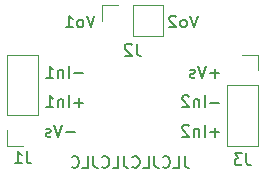
<source format=gbr>
%TF.GenerationSoftware,KiCad,Pcbnew,7.0.11*%
%TF.CreationDate,2024-08-15T23:53:51-03:00*%
%TF.ProjectId,amplifiers,616d706c-6966-4696-9572-732e6b696361,0.1*%
%TF.SameCoordinates,Original*%
%TF.FileFunction,Legend,Bot*%
%TF.FilePolarity,Positive*%
%FSLAX46Y46*%
G04 Gerber Fmt 4.6, Leading zero omitted, Abs format (unit mm)*
G04 Created by KiCad (PCBNEW 7.0.11) date 2024-08-15 23:53:51*
%MOMM*%
%LPD*%
G01*
G04 APERTURE LIST*
%ADD10C,0.200000*%
%ADD11C,0.160000*%
%ADD12C,0.120000*%
G04 APERTURE END LIST*
D10*
X145330326Y-89236266D02*
X144568422Y-89236266D01*
X144949374Y-89617219D02*
X144949374Y-88855314D01*
X144092231Y-89617219D02*
X144092231Y-88617219D01*
X143616041Y-88950552D02*
X143616041Y-89617219D01*
X143616041Y-89045790D02*
X143568422Y-88998171D01*
X143568422Y-88998171D02*
X143473184Y-88950552D01*
X143473184Y-88950552D02*
X143330327Y-88950552D01*
X143330327Y-88950552D02*
X143235089Y-88998171D01*
X143235089Y-88998171D02*
X143187470Y-89093409D01*
X143187470Y-89093409D02*
X143187470Y-89617219D01*
X142187470Y-89617219D02*
X142758898Y-89617219D01*
X142473184Y-89617219D02*
X142473184Y-88617219D01*
X142473184Y-88617219D02*
X142568422Y-88760076D01*
X142568422Y-88760076D02*
X142663660Y-88855314D01*
X142663660Y-88855314D02*
X142758898Y-88902933D01*
X146273183Y-81867219D02*
X145939850Y-82867219D01*
X145939850Y-82867219D02*
X145606517Y-81867219D01*
X145130326Y-82867219D02*
X145225564Y-82819600D01*
X145225564Y-82819600D02*
X145273183Y-82771980D01*
X145273183Y-82771980D02*
X145320802Y-82676742D01*
X145320802Y-82676742D02*
X145320802Y-82391028D01*
X145320802Y-82391028D02*
X145273183Y-82295790D01*
X145273183Y-82295790D02*
X145225564Y-82248171D01*
X145225564Y-82248171D02*
X145130326Y-82200552D01*
X145130326Y-82200552D02*
X144987469Y-82200552D01*
X144987469Y-82200552D02*
X144892231Y-82248171D01*
X144892231Y-82248171D02*
X144844612Y-82295790D01*
X144844612Y-82295790D02*
X144796993Y-82391028D01*
X144796993Y-82391028D02*
X144796993Y-82676742D01*
X144796993Y-82676742D02*
X144844612Y-82771980D01*
X144844612Y-82771980D02*
X144892231Y-82819600D01*
X144892231Y-82819600D02*
X144987469Y-82867219D01*
X144987469Y-82867219D02*
X145130326Y-82867219D01*
X143844612Y-82867219D02*
X144416040Y-82867219D01*
X144130326Y-82867219D02*
X144130326Y-81867219D01*
X144130326Y-81867219D02*
X144225564Y-82010076D01*
X144225564Y-82010076D02*
X144320802Y-82105314D01*
X144320802Y-82105314D02*
X144416040Y-82152933D01*
X156830326Y-86736266D02*
X156068422Y-86736266D01*
X156449374Y-87117219D02*
X156449374Y-86355314D01*
X155735088Y-86117219D02*
X155401755Y-87117219D01*
X155401755Y-87117219D02*
X155068422Y-86117219D01*
X154782707Y-87069600D02*
X154687469Y-87117219D01*
X154687469Y-87117219D02*
X154496993Y-87117219D01*
X154496993Y-87117219D02*
X154401755Y-87069600D01*
X154401755Y-87069600D02*
X154354136Y-86974361D01*
X154354136Y-86974361D02*
X154354136Y-86926742D01*
X154354136Y-86926742D02*
X154401755Y-86831504D01*
X154401755Y-86831504D02*
X154496993Y-86783885D01*
X154496993Y-86783885D02*
X154639850Y-86783885D01*
X154639850Y-86783885D02*
X154735088Y-86736266D01*
X154735088Y-86736266D02*
X154782707Y-86641028D01*
X154782707Y-86641028D02*
X154782707Y-86593409D01*
X154782707Y-86593409D02*
X154735088Y-86498171D01*
X154735088Y-86498171D02*
X154639850Y-86450552D01*
X154639850Y-86450552D02*
X154496993Y-86450552D01*
X154496993Y-86450552D02*
X154401755Y-86498171D01*
X156830326Y-89236266D02*
X156068422Y-89236266D01*
X155592231Y-89617219D02*
X155592231Y-88617219D01*
X155116041Y-88950552D02*
X155116041Y-89617219D01*
X155116041Y-89045790D02*
X155068422Y-88998171D01*
X155068422Y-88998171D02*
X154973184Y-88950552D01*
X154973184Y-88950552D02*
X154830327Y-88950552D01*
X154830327Y-88950552D02*
X154735089Y-88998171D01*
X154735089Y-88998171D02*
X154687470Y-89093409D01*
X154687470Y-89093409D02*
X154687470Y-89617219D01*
X154258898Y-88712457D02*
X154211279Y-88664838D01*
X154211279Y-88664838D02*
X154116041Y-88617219D01*
X154116041Y-88617219D02*
X153877946Y-88617219D01*
X153877946Y-88617219D02*
X153782708Y-88664838D01*
X153782708Y-88664838D02*
X153735089Y-88712457D01*
X153735089Y-88712457D02*
X153687470Y-88807695D01*
X153687470Y-88807695D02*
X153687470Y-88902933D01*
X153687470Y-88902933D02*
X153735089Y-89045790D01*
X153735089Y-89045790D02*
X154306517Y-89617219D01*
X154306517Y-89617219D02*
X153687470Y-89617219D01*
D11*
X153900927Y-93759299D02*
X153900927Y-94473584D01*
X153900927Y-94473584D02*
X153948546Y-94616441D01*
X153948546Y-94616441D02*
X154043784Y-94711680D01*
X154043784Y-94711680D02*
X154186641Y-94759299D01*
X154186641Y-94759299D02*
X154281879Y-94759299D01*
X152948546Y-94759299D02*
X153424736Y-94759299D01*
X153424736Y-94759299D02*
X153424736Y-93759299D01*
X152043784Y-94664060D02*
X152091403Y-94711680D01*
X152091403Y-94711680D02*
X152234260Y-94759299D01*
X152234260Y-94759299D02*
X152329498Y-94759299D01*
X152329498Y-94759299D02*
X152472355Y-94711680D01*
X152472355Y-94711680D02*
X152567593Y-94616441D01*
X152567593Y-94616441D02*
X152615212Y-94521203D01*
X152615212Y-94521203D02*
X152662831Y-94330727D01*
X152662831Y-94330727D02*
X152662831Y-94187870D01*
X152662831Y-94187870D02*
X152615212Y-93997394D01*
X152615212Y-93997394D02*
X152567593Y-93902156D01*
X152567593Y-93902156D02*
X152472355Y-93806918D01*
X152472355Y-93806918D02*
X152329498Y-93759299D01*
X152329498Y-93759299D02*
X152234260Y-93759299D01*
X152234260Y-93759299D02*
X152091403Y-93806918D01*
X152091403Y-93806918D02*
X152043784Y-93854537D01*
X151329498Y-93759299D02*
X151329498Y-94473584D01*
X151329498Y-94473584D02*
X151377117Y-94616441D01*
X151377117Y-94616441D02*
X151472355Y-94711680D01*
X151472355Y-94711680D02*
X151615212Y-94759299D01*
X151615212Y-94759299D02*
X151710450Y-94759299D01*
X150377117Y-94759299D02*
X150853307Y-94759299D01*
X150853307Y-94759299D02*
X150853307Y-93759299D01*
X149472355Y-94664060D02*
X149519974Y-94711680D01*
X149519974Y-94711680D02*
X149662831Y-94759299D01*
X149662831Y-94759299D02*
X149758069Y-94759299D01*
X149758069Y-94759299D02*
X149900926Y-94711680D01*
X149900926Y-94711680D02*
X149996164Y-94616441D01*
X149996164Y-94616441D02*
X150043783Y-94521203D01*
X150043783Y-94521203D02*
X150091402Y-94330727D01*
X150091402Y-94330727D02*
X150091402Y-94187870D01*
X150091402Y-94187870D02*
X150043783Y-93997394D01*
X150043783Y-93997394D02*
X149996164Y-93902156D01*
X149996164Y-93902156D02*
X149900926Y-93806918D01*
X149900926Y-93806918D02*
X149758069Y-93759299D01*
X149758069Y-93759299D02*
X149662831Y-93759299D01*
X149662831Y-93759299D02*
X149519974Y-93806918D01*
X149519974Y-93806918D02*
X149472355Y-93854537D01*
X148758069Y-93759299D02*
X148758069Y-94473584D01*
X148758069Y-94473584D02*
X148805688Y-94616441D01*
X148805688Y-94616441D02*
X148900926Y-94711680D01*
X148900926Y-94711680D02*
X149043783Y-94759299D01*
X149043783Y-94759299D02*
X149139021Y-94759299D01*
X147805688Y-94759299D02*
X148281878Y-94759299D01*
X148281878Y-94759299D02*
X148281878Y-93759299D01*
X146900926Y-94664060D02*
X146948545Y-94711680D01*
X146948545Y-94711680D02*
X147091402Y-94759299D01*
X147091402Y-94759299D02*
X147186640Y-94759299D01*
X147186640Y-94759299D02*
X147329497Y-94711680D01*
X147329497Y-94711680D02*
X147424735Y-94616441D01*
X147424735Y-94616441D02*
X147472354Y-94521203D01*
X147472354Y-94521203D02*
X147519973Y-94330727D01*
X147519973Y-94330727D02*
X147519973Y-94187870D01*
X147519973Y-94187870D02*
X147472354Y-93997394D01*
X147472354Y-93997394D02*
X147424735Y-93902156D01*
X147424735Y-93902156D02*
X147329497Y-93806918D01*
X147329497Y-93806918D02*
X147186640Y-93759299D01*
X147186640Y-93759299D02*
X147091402Y-93759299D01*
X147091402Y-93759299D02*
X146948545Y-93806918D01*
X146948545Y-93806918D02*
X146900926Y-93854537D01*
X146186640Y-93759299D02*
X146186640Y-94473584D01*
X146186640Y-94473584D02*
X146234259Y-94616441D01*
X146234259Y-94616441D02*
X146329497Y-94711680D01*
X146329497Y-94711680D02*
X146472354Y-94759299D01*
X146472354Y-94759299D02*
X146567592Y-94759299D01*
X145234259Y-94759299D02*
X145710449Y-94759299D01*
X145710449Y-94759299D02*
X145710449Y-93759299D01*
X144329497Y-94664060D02*
X144377116Y-94711680D01*
X144377116Y-94711680D02*
X144519973Y-94759299D01*
X144519973Y-94759299D02*
X144615211Y-94759299D01*
X144615211Y-94759299D02*
X144758068Y-94711680D01*
X144758068Y-94711680D02*
X144853306Y-94616441D01*
X144853306Y-94616441D02*
X144900925Y-94521203D01*
X144900925Y-94521203D02*
X144948544Y-94330727D01*
X144948544Y-94330727D02*
X144948544Y-94187870D01*
X144948544Y-94187870D02*
X144900925Y-93997394D01*
X144900925Y-93997394D02*
X144853306Y-93902156D01*
X144853306Y-93902156D02*
X144758068Y-93806918D01*
X144758068Y-93806918D02*
X144615211Y-93759299D01*
X144615211Y-93759299D02*
X144519973Y-93759299D01*
X144519973Y-93759299D02*
X144377116Y-93806918D01*
X144377116Y-93806918D02*
X144329497Y-93854537D01*
D10*
X144630326Y-91736266D02*
X143868422Y-91736266D01*
X143535088Y-91117219D02*
X143201755Y-92117219D01*
X143201755Y-92117219D02*
X142868422Y-91117219D01*
X142582707Y-92069600D02*
X142487469Y-92117219D01*
X142487469Y-92117219D02*
X142296993Y-92117219D01*
X142296993Y-92117219D02*
X142201755Y-92069600D01*
X142201755Y-92069600D02*
X142154136Y-91974361D01*
X142154136Y-91974361D02*
X142154136Y-91926742D01*
X142154136Y-91926742D02*
X142201755Y-91831504D01*
X142201755Y-91831504D02*
X142296993Y-91783885D01*
X142296993Y-91783885D02*
X142439850Y-91783885D01*
X142439850Y-91783885D02*
X142535088Y-91736266D01*
X142535088Y-91736266D02*
X142582707Y-91641028D01*
X142582707Y-91641028D02*
X142582707Y-91593409D01*
X142582707Y-91593409D02*
X142535088Y-91498171D01*
X142535088Y-91498171D02*
X142439850Y-91450552D01*
X142439850Y-91450552D02*
X142296993Y-91450552D01*
X142296993Y-91450552D02*
X142201755Y-91498171D01*
X156830326Y-91736266D02*
X156068422Y-91736266D01*
X156449374Y-92117219D02*
X156449374Y-91355314D01*
X155592231Y-92117219D02*
X155592231Y-91117219D01*
X155116041Y-91450552D02*
X155116041Y-92117219D01*
X155116041Y-91545790D02*
X155068422Y-91498171D01*
X155068422Y-91498171D02*
X154973184Y-91450552D01*
X154973184Y-91450552D02*
X154830327Y-91450552D01*
X154830327Y-91450552D02*
X154735089Y-91498171D01*
X154735089Y-91498171D02*
X154687470Y-91593409D01*
X154687470Y-91593409D02*
X154687470Y-92117219D01*
X154258898Y-91212457D02*
X154211279Y-91164838D01*
X154211279Y-91164838D02*
X154116041Y-91117219D01*
X154116041Y-91117219D02*
X153877946Y-91117219D01*
X153877946Y-91117219D02*
X153782708Y-91164838D01*
X153782708Y-91164838D02*
X153735089Y-91212457D01*
X153735089Y-91212457D02*
X153687470Y-91307695D01*
X153687470Y-91307695D02*
X153687470Y-91402933D01*
X153687470Y-91402933D02*
X153735089Y-91545790D01*
X153735089Y-91545790D02*
X154306517Y-92117219D01*
X154306517Y-92117219D02*
X153687470Y-92117219D01*
X155023183Y-81867219D02*
X154689850Y-82867219D01*
X154689850Y-82867219D02*
X154356517Y-81867219D01*
X153880326Y-82867219D02*
X153975564Y-82819600D01*
X153975564Y-82819600D02*
X154023183Y-82771980D01*
X154023183Y-82771980D02*
X154070802Y-82676742D01*
X154070802Y-82676742D02*
X154070802Y-82391028D01*
X154070802Y-82391028D02*
X154023183Y-82295790D01*
X154023183Y-82295790D02*
X153975564Y-82248171D01*
X153975564Y-82248171D02*
X153880326Y-82200552D01*
X153880326Y-82200552D02*
X153737469Y-82200552D01*
X153737469Y-82200552D02*
X153642231Y-82248171D01*
X153642231Y-82248171D02*
X153594612Y-82295790D01*
X153594612Y-82295790D02*
X153546993Y-82391028D01*
X153546993Y-82391028D02*
X153546993Y-82676742D01*
X153546993Y-82676742D02*
X153594612Y-82771980D01*
X153594612Y-82771980D02*
X153642231Y-82819600D01*
X153642231Y-82819600D02*
X153737469Y-82867219D01*
X153737469Y-82867219D02*
X153880326Y-82867219D01*
X153166040Y-81962457D02*
X153118421Y-81914838D01*
X153118421Y-81914838D02*
X153023183Y-81867219D01*
X153023183Y-81867219D02*
X152785088Y-81867219D01*
X152785088Y-81867219D02*
X152689850Y-81914838D01*
X152689850Y-81914838D02*
X152642231Y-81962457D01*
X152642231Y-81962457D02*
X152594612Y-82057695D01*
X152594612Y-82057695D02*
X152594612Y-82152933D01*
X152594612Y-82152933D02*
X152642231Y-82295790D01*
X152642231Y-82295790D02*
X153213659Y-82867219D01*
X153213659Y-82867219D02*
X152594612Y-82867219D01*
X145330326Y-86736266D02*
X144568422Y-86736266D01*
X144092231Y-87117219D02*
X144092231Y-86117219D01*
X143616041Y-86450552D02*
X143616041Y-87117219D01*
X143616041Y-86545790D02*
X143568422Y-86498171D01*
X143568422Y-86498171D02*
X143473184Y-86450552D01*
X143473184Y-86450552D02*
X143330327Y-86450552D01*
X143330327Y-86450552D02*
X143235089Y-86498171D01*
X143235089Y-86498171D02*
X143187470Y-86593409D01*
X143187470Y-86593409D02*
X143187470Y-87117219D01*
X142187470Y-87117219D02*
X142758898Y-87117219D01*
X142473184Y-87117219D02*
X142473184Y-86117219D01*
X142473184Y-86117219D02*
X142568422Y-86260076D01*
X142568422Y-86260076D02*
X142663660Y-86355314D01*
X142663660Y-86355314D02*
X142758898Y-86402933D01*
X159133333Y-93532219D02*
X159133333Y-94246504D01*
X159133333Y-94246504D02*
X159180952Y-94389361D01*
X159180952Y-94389361D02*
X159276190Y-94484600D01*
X159276190Y-94484600D02*
X159419047Y-94532219D01*
X159419047Y-94532219D02*
X159514285Y-94532219D01*
X158752380Y-93532219D02*
X158133333Y-93532219D01*
X158133333Y-93532219D02*
X158466666Y-93913171D01*
X158466666Y-93913171D02*
X158323809Y-93913171D01*
X158323809Y-93913171D02*
X158228571Y-93960790D01*
X158228571Y-93960790D02*
X158180952Y-94008409D01*
X158180952Y-94008409D02*
X158133333Y-94103647D01*
X158133333Y-94103647D02*
X158133333Y-94341742D01*
X158133333Y-94341742D02*
X158180952Y-94436980D01*
X158180952Y-94436980D02*
X158228571Y-94484600D01*
X158228571Y-94484600D02*
X158323809Y-94532219D01*
X158323809Y-94532219D02*
X158609523Y-94532219D01*
X158609523Y-94532219D02*
X158704761Y-94484600D01*
X158704761Y-94484600D02*
X158752380Y-94436980D01*
X140533333Y-93362219D02*
X140533333Y-94076504D01*
X140533333Y-94076504D02*
X140580952Y-94219361D01*
X140580952Y-94219361D02*
X140676190Y-94314600D01*
X140676190Y-94314600D02*
X140819047Y-94362219D01*
X140819047Y-94362219D02*
X140914285Y-94362219D01*
X139533333Y-94362219D02*
X140104761Y-94362219D01*
X139819047Y-94362219D02*
X139819047Y-93362219D01*
X139819047Y-93362219D02*
X139914285Y-93505076D01*
X139914285Y-93505076D02*
X140009523Y-93600314D01*
X140009523Y-93600314D02*
X140104761Y-93647933D01*
X149838333Y-84252219D02*
X149838333Y-84966504D01*
X149838333Y-84966504D02*
X149885952Y-85109361D01*
X149885952Y-85109361D02*
X149981190Y-85204600D01*
X149981190Y-85204600D02*
X150124047Y-85252219D01*
X150124047Y-85252219D02*
X150219285Y-85252219D01*
X149409761Y-84347457D02*
X149362142Y-84299838D01*
X149362142Y-84299838D02*
X149266904Y-84252219D01*
X149266904Y-84252219D02*
X149028809Y-84252219D01*
X149028809Y-84252219D02*
X148933571Y-84299838D01*
X148933571Y-84299838D02*
X148885952Y-84347457D01*
X148885952Y-84347457D02*
X148838333Y-84442695D01*
X148838333Y-84442695D02*
X148838333Y-84537933D01*
X148838333Y-84537933D02*
X148885952Y-84680790D01*
X148885952Y-84680790D02*
X149457380Y-85252219D01*
X149457380Y-85252219D02*
X148838333Y-85252219D01*
D12*
%TO.C,J3*%
X160130000Y-92910000D02*
X157470000Y-92910000D01*
X160130000Y-87770000D02*
X160130000Y-92910000D01*
X160130000Y-87770000D02*
X157470000Y-87770000D01*
X160130000Y-86500000D02*
X160130000Y-85170000D01*
X160130000Y-85170000D02*
X158800000Y-85170000D01*
X157470000Y-87770000D02*
X157470000Y-92910000D01*
%TO.C,J1*%
X138870000Y-85170000D02*
X141530000Y-85170000D01*
X138870000Y-90310000D02*
X138870000Y-85170000D01*
X138870000Y-90310000D02*
X141530000Y-90310000D01*
X138870000Y-91580000D02*
X138870000Y-92910000D01*
X138870000Y-92910000D02*
X140200000Y-92910000D01*
X141530000Y-90310000D02*
X141530000Y-85170000D01*
%TO.C,J2*%
X152100000Y-80970000D02*
X152100000Y-83630000D01*
X149500000Y-80970000D02*
X152100000Y-80970000D01*
X149500000Y-80970000D02*
X149500000Y-83630000D01*
X148230000Y-80970000D02*
X146900000Y-80970000D01*
X146900000Y-80970000D02*
X146900000Y-82300000D01*
X149500000Y-83630000D02*
X152100000Y-83630000D01*
%TD*%
M02*

</source>
